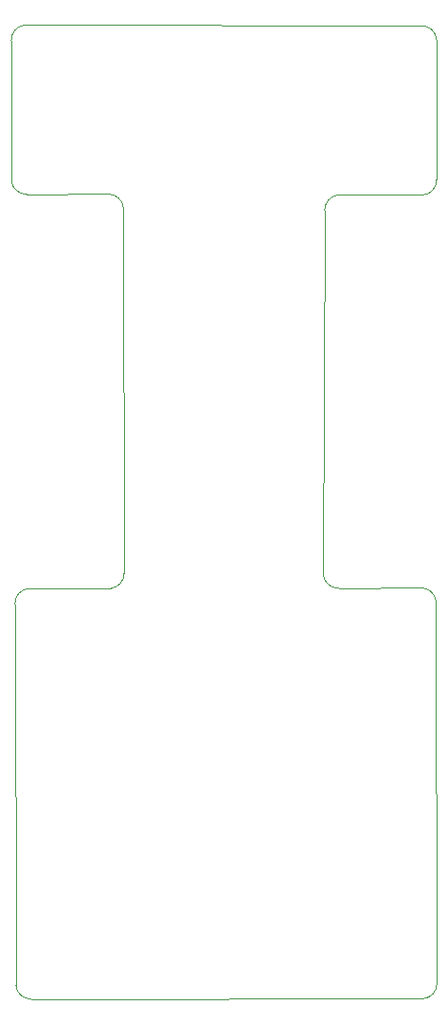
<source format=gbr>
G04 #@! TF.GenerationSoftware,KiCad,Pcbnew,(5.1.5)-3*
G04 #@! TF.CreationDate,2020-03-11T07:33:21-05:00*
G04 #@! TF.ProjectId,BreadboardBreakout,42726561-6462-46f6-9172-64427265616b,rev?*
G04 #@! TF.SameCoordinates,Original*
G04 #@! TF.FileFunction,Profile,NP*
%FSLAX46Y46*%
G04 Gerber Fmt 4.6, Leading zero omitted, Abs format (unit mm)*
G04 Created by KiCad (PCBNEW (5.1.5)-3) date 2020-03-11 07:33:21*
%MOMM*%
%LPD*%
G04 APERTURE LIST*
%ADD10C,0.050000*%
%ADD11C,0.100000*%
G04 APERTURE END LIST*
D10*
X19410650Y-42139344D02*
G75*
G02X18186400Y-43535600I-1351250J-50056D01*
G01*
X-18648650Y41936144D02*
G75*
G02X-17424400Y43332400I1351250J50056D01*
G01*
X-17247344Y28239750D02*
G75*
G02X-18643600Y29464000I-50056J1351250D01*
G01*
X-10006856Y28249850D02*
G75*
G02X-8610600Y27025600I50056J-1351250D01*
G01*
X-8554750Y-5537944D02*
G75*
G02X-9779000Y-6934200I-1351250J-50056D01*
G01*
X-18318450Y-8330456D02*
G75*
G02X-17094200Y-6934200I1351250J50056D01*
G01*
X-16840944Y-43566050D02*
G75*
G02X-18237200Y-42341800I-50056J1351250D01*
G01*
X17933144Y-6878350D02*
G75*
G02X19329400Y-8102600I50056J-1351250D01*
G01*
X10641856Y-6913850D02*
G75*
G02X9245600Y-5689600I-50056J1351250D01*
G01*
X9367550Y26772344D02*
G75*
G02X10591800Y28168600I1351250J50056D01*
G01*
X19385250Y29564856D02*
G75*
G02X18161000Y28168600I-1351250J-50056D01*
G01*
X17983944Y43261250D02*
G75*
G02X19380200Y42037000I50056J-1351250D01*
G01*
X19329400Y-8102600D02*
X19410650Y-42139344D01*
X10641856Y-6913850D02*
X17933144Y-6878350D01*
X9367550Y26772344D02*
X9245600Y-5689600D01*
X18161000Y28168600D02*
X10591800Y28168600D01*
X-18237200Y-42341800D02*
X-18318450Y-8330456D01*
X-9779000Y-6934200D02*
X-17094200Y-6934200D01*
X-8610600Y27025600D02*
X-8554750Y-5537944D01*
X-17247344Y28239750D02*
X-10006856Y28249850D01*
D11*
X-17424400Y43332400D02*
X17983944Y43261250D01*
X-18643600Y29464000D02*
X-18648650Y41936144D01*
X18186400Y-43535600D02*
X-16840944Y-43566050D01*
X19380200Y42037000D02*
X19385250Y29564856D01*
M02*

</source>
